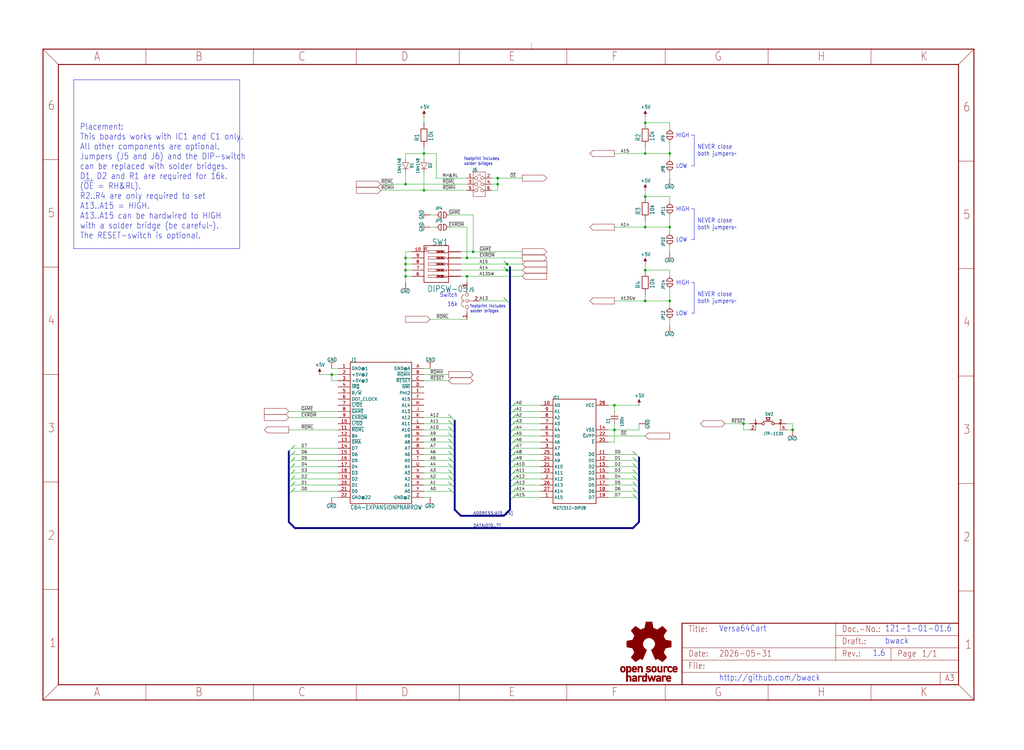
<source format=kicad_sch>
(kicad_sch (version 20230121) (generator eeschema)
  (paper "User" 423.291 310.134)
  (lib_symbols
    (symbol "Versa64Cart_v1_6-eagle-import:+5V" (power)
      (property "Value" "+5V" (at -1.905 0.635 0))
      (symbol "+5V_1_0"
        (pin power_in line (at 0 -2.54 270) (length 0) (name "+5V") (number "1"))
      )
    )
    (symbol "Versa64Cart_v1_6-eagle-import:1N4148"
      (property "Reference" "D" (at -1.2954 1.8796 0))
      (symbol "1N4148_1_0"
        (pin passive line (at -2.54 0 0) (length 0) (name "A") (number "A"))
        (pin passive line (at 2.54 0 180) (length 0) (name "K") (number "K"))
      )
    )
    (symbol "Versa64Cart_v1_6-eagle-import:A3/"
      (symbol "A3/_1_0"
        (text "${#}/${##}" (at 363.22 17.78 0) (effects (font (size 2.54 2.159)) (justify left bottom)))
        (text "${CURRENT_DATE}" (at 279.4 17.78 0) (effects (font (size 2.54 2.159)) (justify left bottom)))
        (text "${PROJECTNAME}" (at 279.4 12.7 0) (effects (font (size 2.54 2.159)) (justify left bottom)))
        (text "1" (at 2.54 21.59 0) (effects (font (size 3.556 3.0226)) (justify left bottom)))
        (text "1" (at 381 20.955 0) (effects (font (size 3.556 3.0226)) (justify left bottom)))
        (text "2" (at 1.905 66.04 0) (effects (font (size 3.556 3.0226)) (justify left bottom)))
        (text "2" (at 380.365 65.405 0) (effects (font (size 3.556 3.0226)) (justify left bottom)))
        (text "3" (at 1.905 110.49 0) (effects (font (size 3.556 3.0226)) (justify left bottom)))
        (text "3" (at 380.365 109.855 0) (effects (font (size 3.556 3.0226)) (justify left bottom)))
        (text "4" (at 1.905 154.94 0) (effects (font (size 3.556 3.0226)) (justify left bottom)))
        (text "4" (at 380.365 154.305 0) (effects (font (size 3.556 3.0226)) (justify left bottom)))
        (text "5" (at 1.905 199.39 0) (effects (font (size 3.556 3.0226)) (justify left bottom)))
        (text "5" (at 380.365 198.755 0) (effects (font (size 3.556 3.0226)) (justify left bottom)))
        (text "6" (at 1.905 243.84 0) (effects (font (size 3.556 3.0226)) (justify left bottom)))
        (text "6" (at 380.365 243.205 0) (effects (font (size 3.556 3.0226)) (justify left bottom)))
        (text "A" (at 20.955 1.27 0) (effects (font (size 3.556 3.0226)) (justify left bottom)))
        (text "A" (at 20.955 264.16 0) (effects (font (size 3.556 3.0226)) (justify left bottom)))
        (text "A3" (at 372.745 7.62 0) (effects (font (size 2.54 2.159)) (justify left bottom)))
        (text "B" (at 62.865 1.27 0) (effects (font (size 3.556 3.0226)) (justify left bottom)))
        (text "B" (at 62.865 264.16 0) (effects (font (size 3.556 3.0226)) (justify left bottom)))
        (text "C" (at 105.41 1.27 0) (effects (font (size 3.556 3.0226)) (justify left bottom)))
        (text "C" (at 105.41 264.16 0) (effects (font (size 3.556 3.0226)) (justify left bottom)))
        (text "D" (at 147.955 1.27 0) (effects (font (size 3.556 3.0226)) (justify left bottom)))
        (text "D" (at 147.955 264.16 0) (effects (font (size 3.556 3.0226)) (justify left bottom)))
        (text "Date:" (at 266.7 17.78 0) (effects (font (size 2.54 2.159)) (justify left bottom)))
        (text "Doc.-No.:" (at 330.2 27.94 0) (effects (font (size 2.54 2.159)) (justify left bottom)))
        (text "Draft.:" (at 330.2 22.86 0) (effects (font (size 2.54 2.159)) (justify left bottom)))
        (text "E" (at 192.405 1.27 0) (effects (font (size 3.556 3.0226)) (justify left bottom)))
        (text "E" (at 192.405 264.16 0) (effects (font (size 3.556 3.0226)) (justify left bottom)))
        (text "F" (at 234.95 1.27 0) (effects (font (size 3.556 3.0226)) (justify left bottom)))
        (text "F" (at 234.95 264.16 0) (effects (font (size 3.556 3.0226)) (justify left bottom)))
        (text "File:" (at 266.7 12.7 0) (effects (font (size 2.54 2.159)) (justify left bottom)))
        (text "G" (at 277.495 1.27 0) (effects (font (size 3.556 3.0226)) (justify left bottom)))
        (text "G" (at 277.495 264.16 0) (effects (font (size 3.556 3.0226)) (justify left bottom)))
        (text "H" (at 320.04 1.27 0) (effects (font (size 3.556 3.0226)) (justify left bottom)))
        (text "H" (at 320.04 264.16 0) (effects (font (size 3.556 3.0226)) (justify left bottom)))
        (text "K" (at 362.585 1.27 0) (effects (font (size 3.556 3.0226)) (justify left bottom)))
        (text "K" (at 362.585 264.16 0) (effects (font (size 3.556 3.0226)) (justify left bottom)))
        (text "Page" (at 353.06 17.78 0) (effects (font (size 2.54 2.159)) (justify left bottom)))
        (text "Rev.:" (at 330.2 17.78 0) (effects (font (size 2.54 2.159)) (justify left bottom)))
        (text "Title:" (at 266.7 27.94 0) (effects (font (size 2.54 2.159)) (justify left bottom)))
      )
    )
    (symbol "Versa64Cart_v1_6-eagle-import:C64-EXPANSIONPNARROW"
      (property "Reference" "J" (at -12.7 27.94 0))
      (symbol "C64-EXPANSIONPNARROW_1_0"
        (pin power_in line (at -17.78 25.4 0) (length 5.08) (name "GND@1") (number "1"))
        (pin output line (at -17.78 2.54 0) (length 5.08) (name "~{I/O2}") (number "10"))
        (pin output line (at -17.78 0 0) (length 5.08) (name "~{ROML}") (number "11"))
        (pin output line (at -17.78 -2.54 0) (length 5.08) (name "BA") (number "12"))
        (pin input line (at -17.78 -5.08 0) (length 5.08) (name "~{DMA}") (number "13"))
        (pin bidirectional line (at -17.78 -7.62 0) (length 5.08) (name "D7") (number "14"))
        (pin bidirectional line (at -17.78 -10.16 0) (length 5.08) (name "D6") (number "15"))
        (pin bidirectional line (at -17.78 -12.7 0) (length 5.08) (name "D5") (number "16"))
        (pin bidirectional line (at -17.78 -15.24 0) (length 5.08) (name "D4") (number "17"))
        (pin bidirectional line (at -17.78 -17.78 0) (length 5.08) (name "D3") (number "18"))
        (pin bidirectional line (at -17.78 -20.32 0) (length 5.08) (name "D2") (number "19"))
        (pin power_in line (at -17.78 22.86 0) (length 5.08) (name "+5V@2") (number "2"))
        (pin bidirectional line (at -17.78 -22.86 0) (length 5.08) (name "D1") (number "20"))
        (pin bidirectional line (at -17.78 -25.4 0) (length 5.08) (name "D0") (number "21"))
        (pin power_in line (at -17.78 -27.94 0) (length 5.08) (name "GND@22") (number "22"))
        (pin power_in line (at -17.78 20.32 0) (length 5.08) (name "+5V@3") (number "3"))
        (pin input line (at -17.78 17.78 0) (length 5.08) (name "~{IRQ}") (number "4"))
        (pin output line (at -17.78 15.24 0) (length 5.08) (name "R/~{W}") (number "5"))
        (pin output line (at -17.78 12.7 0) (length 5.08) (name "DOT_CLOCK") (number "6"))
        (pin output line (at -17.78 10.16 0) (length 5.08) (name "~{I/O1}") (number "7"))
        (pin input line (at -17.78 7.62 0) (length 5.08) (name "~{GAME}") (number "8"))
        (pin input line (at -17.78 5.08 0) (length 5.08) (name "~{EXROM}") (number "9"))
        (pin power_in line (at 17.78 25.4 180) (length 5.08) (name "GND@A") (number "A"))
        (pin output line (at 17.78 22.86 180) (length 5.08) (name "~{ROMH}") (number "B"))
        (pin open_collector line (at 17.78 20.32 180) (length 5.08) (name "~{RESET}") (number "C"))
        (pin input line (at 17.78 17.78 180) (length 5.08) (name "~{NMI}") (number "D"))
        (pin output line (at 17.78 15.24 180) (length 5.08) (name "PHI2") (number "E"))
        (pin bidirectional line (at 17.78 12.7 180) (length 5.08) (name "A15") (number "F"))
        (pin bidirectional line (at 17.78 10.16 180) (length 5.08) (name "A14") (number "H"))
        (pin bidirectional line (at 17.78 7.62 180) (length 5.08) (name "A13") (number "J"))
        (pin bidirectional line (at 17.78 5.08 180) (length 5.08) (name "A12") (number "K"))
        (pin bidirectional line (at 17.78 2.54 180) (length 5.08) (name "A11") (number "L"))
        (pin bidirectional line (at 17.78 0 180) (length 5.08) (name "A10") (number "M"))
        (pin bidirectional line (at 17.78 -2.54 180) (length 5.08) (name "A9") (number "N"))
        (pin bidirectional line (at 17.78 -5.08 180) (length 5.08) (name "A8") (number "P"))
        (pin bidirectional line (at 17.78 -7.62 180) (length 5.08) (name "A7") (number "R"))
        (pin bidirectional line (at 17.78 -10.16 180) (length 5.08) (name "A6") (number "S"))
        (pin bidirectional line (at 17.78 -12.7 180) (length 5.08) (name "A5") (number "T"))
        (pin bidirectional line (at 17.78 -15.24 180) (length 5.08) (name "A4") (number "U"))
        (pin bidirectional line (at 17.78 -17.78 180) (length 5.08) (name "A3") (number "V"))
        (pin bidirectional line (at 17.78 -20.32 180) (length 5.08) (name "A2") (number "W"))
        (pin bidirectional line (at 17.78 -22.86 180) (length 5.08) (name "A1") (number "X"))
        (pin bidirectional line (at 17.78 -25.4 180) (length 5.08) (name "A0") (number "Y"))
        (pin power_in line (at 17.78 -27.94 180) (length 5.08) (name "GND@Z") (number "Z"))
      )
    )
    (symbol "Versa64Cart_v1_6-eagle-import:CAP01"
      (property "Reference" "C" (at -2.54 1.905 0))
      (symbol "CAP01_1_0"
        (pin passive line (at -2.54 0 0) (length 0) (name "1") (number "1"))
        (pin passive line (at 2.54 0 180) (length 0) (name "2") (number "2"))
      )
    )
    (symbol "Versa64Cart_v1_6-eagle-import:COMBI-3P"
      (property "Reference" "JP" (at -3.175 2.54 0))
      (symbol "COMBI-3P_1_0"
        (pin bidirectional line (at -5.08 0 0) (length 2.54) (name "1") (number "1"))
        (pin bidirectional line (at 2.54 -5.08 90) (length 2.54) (name "2") (number "2"))
        (pin bidirectional line (at 10.16 0 180) (length 2.54) (name "3") (number "3"))
      )
    )
    (symbol "Versa64Cart_v1_6-eagle-import:COMBI-3X2P"
      (property "Reference" "JP" (at -3.175 5.08 0))
      (symbol "COMBI-3X2P_1_0"
        (pin bidirectional line (at -5.08 2.54 0) (length 2.54) (name "1") (number "1"))
        (pin bidirectional line (at 5.08 2.54 180) (length 2.54) (name "2") (number "2"))
        (pin bidirectional line (at -5.08 0 0) (length 2.54) (name "3") (number "3"))
        (pin bidirectional line (at 5.08 0 180) (length 2.54) (name "4") (number "4"))
        (pin bidirectional line (at -5.08 -2.54 0) (length 2.54) (name "5") (number "5"))
        (pin bidirectional line (at 5.08 -2.54 180) (length 2.54) (name "6") (number "6"))
      )
    )
    (symbol "Versa64Cart_v1_6-eagle-import:DIPSW-05"
      (property "Reference" "SW" (at -5.08 8.89 0))
      (symbol "DIPSW-05_1_0"
        (text "1" (at 4.826 -5.334 900) (effects (font (size 1.27 1.0795)) (justify left bottom)))
        (text "2" (at 4.826 -3.048 900) (effects (font (size 1.27 1.0795)) (justify left bottom)))
        (text "3" (at 4.826 -0.508 900) (effects (font (size 1.27 1.0795)) (justify left bottom)))
        (text "4" (at 4.826 2.032 900) (effects (font (size 1.27 1.0795)) (justify left bottom)))
        (text "5" (at 4.826 4.699 900) (effects (font (size 1.27 1.0795)) (justify left bottom)))
        (text "ON" (at -3.556 -7.239 900) (effects (font (size 1.27 1.0795)) (justify left bottom)))
        (pin passive line (at 10.16 -5.08 180) (length 5.08) (name "1") (number "1"))
        (pin passive line (at -10.16 -5.08 0) (length 5.08) (name "10") (number "10"))
        (pin passive line (at 10.16 -5.08 180) (length 5.08) (name "1") (number "1J"))
        (pin passive line (at 10.16 -2.54 180) (length 5.08) (name "2") (number "2"))
        (pin passive line (at 10.16 -2.54 180) (length 5.08) (name "2") (number "2J"))
        (pin passive line (at 10.16 0 180) (length 5.08) (name "3") (number "3"))
        (pin passive line (at 10.16 0 180) (length 5.08) (name "3") (number "3J"))
        (pin passive line (at 10.16 2.54 180) (length 5.08) (name "4") (number "4"))
        (pin passive line (at 10.16 2.54 180) (length 5.08) (name "4") (number "4J"))
        (pin passive line (at 10.16 5.08 180) (length 5.08) (name "5") (number "5"))
        (pin passive line (at 10.16 5.08 180) (length 5.08) (name "5") (number "5J"))
        (pin passive line (at -10.16 5.08 0) (length 5.08) (name "6") (number "6"))
        (pin passive line (at -10.16 2.54 0) (length 5.08) (name "7") (number "7"))
        (pin passive line (at -10.16 0 0) (length 5.08) (name "8") (number "8"))
        (pin passive line (at -10.16 -2.54 0) (length 5.08) (name "9") (number "9"))
      )
    )
    (symbol "Versa64Cart_v1_6-eagle-import:GND" (power)
      (property "Value" "GND" (at -2.2225 -1.905 0))
      (symbol "GND_1_0"
        (pin power_in line (at 0 2.54 270) (length 2.54) (name "GND") (number "1"))
      )
    )
    (symbol "Versa64Cart_v1_6-eagle-import:IN")
    (symbol "Versa64Cart_v1_6-eagle-import:IO")
    (symbol "Versa64Cart_v1_6-eagle-import:JTP-1130"
      (property "Reference" "SW" (at -1.27 3.302 0))
      (symbol "JTP-1130_1_0"
        (pin passive line (at -7.62 0 0) (length 5.08) (name "1") (number "1"))
        (pin passive line (at -7.62 -2.54 0) (length 2.54) (name "2") (number "2"))
        (pin passive line (at 7.62 0 180) (length 5.08) (name "3") (number "3"))
        (pin passive line (at 7.62 -2.54 180) (length 2.54) (name "4") (number "4"))
      )
    )
    (symbol "Versa64Cart_v1_6-eagle-import:M27C512-DIP28"
      (property "Reference" "IC" (at -10.16 22.86 0))
      (symbol "M27C512-DIP28_1_0"
        (pin input line (at -15.24 -17.78 0) (length 5.08) (name "A15") (number "1"))
        (pin input line (at -15.24 20.32 0) (length 5.08) (name "A0") (number "10"))
        (pin bidirectional line (at 12.7 0 180) (length 5.08) (name "D0") (number "11"))
        (pin bidirectional line (at 12.7 -2.54 180) (length 5.08) (name "D1") (number "12"))
        (pin bidirectional line (at 12.7 -5.08 180) (length 5.08) (name "D2") (number "13"))
        (pin power_in line (at 12.7 10.16 180) (length 5.08) (name "VSS") (number "14"))
        (pin bidirectional line (at 12.7 -7.62 180) (length 5.08) (name "D3") (number "15"))
        (pin bidirectional line (at 12.7 -10.16 180) (length 5.08) (name "D4") (number "16"))
        (pin bidirectional line (at 12.7 -12.7 180) (length 5.08) (name "D5") (number "17"))
        (pin bidirectional line (at 12.7 -15.24 180) (length 5.08) (name "D6") (number "18"))
        (pin bidirectional line (at 12.7 -17.78 180) (length 5.08) (name "D7") (number "19"))
        (pin input line (at -15.24 -10.16 0) (length 5.08) (name "A12") (number "2"))
        (pin input line (at 12.7 5.08 180) (length 5.08) (name "~{E}") (number "20"))
        (pin input line (at -15.24 -5.08 0) (length 5.08) (name "A10") (number "21"))
        (pin input line (at 12.7 7.62 180) (length 5.08) (name "~{G}VPP") (number "22"))
        (pin input line (at -15.24 -7.62 0) (length 5.08) (name "A11") (number "23"))
        (pin input line (at -15.24 -2.54 0) (length 5.08) (name "A9") (number "24"))
        (pin input line (at -15.24 0 0) (length 5.08) (name "A8") (number "25"))
        (pin input line (at -15.24 -12.7 0) (length 5.08) (name "A13") (number "26"))
        (pin input line (at -15.24 -15.24 0) (length 5.08) (name "A14") (number "27"))
        (pin power_in line (at 12.7 20.32 180) (length 5.08) (name "VCC") (number "28"))
        (pin input line (at -15.24 2.54 0) (length 5.08) (name "A7") (number "3"))
        (pin input line (at -15.24 5.08 0) (length 5.08) (name "A6") (number "4"))
        (pin input line (at -15.24 7.62 0) (length 5.08) (name "A5") (number "5"))
        (pin input line (at -15.24 10.16 0) (length 5.08) (name "A4") (number "6"))
        (pin input line (at -15.24 12.7 0) (length 5.08) (name "A3") (number "7"))
        (pin input line (at -15.24 15.24 0) (length 5.08) (name "A2") (number "8"))
        (pin input line (at -15.24 17.78 0) (length 5.08) (name "A1") (number "9"))
      )
    )
    (symbol "Versa64Cart_v1_6-eagle-import:OPEN"
      (property "Reference" "CP" (at -3.048 2.032 0))
      (symbol "OPEN_1_0"
        (pin passive line (at -2.54 0 0) (length 0) (name "1") (number "1"))
        (pin passive line (at 2.54 0 180) (length 0) (name "2") (number "2"))
      )
    )
    (symbol "Versa64Cart_v1_6-eagle-import:OPEN_SOURCE_HW")
    (symbol "Versa64Cart_v1_6-eagle-import:OUT")
    (symbol "Versa64Cart_v1_6-eagle-import:RES04"
      (property "Reference" "R" (at -2.54 1.905 0))
      (symbol "RES04_1_0"
        (pin passive line (at -5.08 0 0) (length 2.54) (name "1") (number "1"))
        (pin passive line (at 5.08 0 180) (length 2.54) (name "2") (number "2"))
      )
    )
  )
  (junction (at 266.7 93.98))
  (junction (at 167.64 106.68))
  (junction (at 175.26 63.5))
  (junction (at 276.86 93.98))
  (junction (at 254 167.64))
  (junction (at 307.34 175.26))
  (junction (at 266.7 63.5))
  (junction (at 205.74 73.66))
  (junction (at 137.16 154.94))
  (junction (at 193.04 106.68))
  (junction (at 167.64 114.3))
  (junction (at 266.7 124.46))
  (junction (at 175.26 78.74))
  (junction (at 266.7 81.28))
  (junction (at 167.64 76.2))
  (junction (at 205.74 76.2))
  (junction (at 193.04 114.3))
  (junction (at 209.55 111.76))
  (junction (at 327.66 177.8))
  (junction (at 266.7 50.8))
  (junction (at 276.86 124.46))
  (junction (at 167.64 109.22))
  (junction (at 195.58 104.14))
  (junction (at 276.86 63.5))
  (junction (at 167.64 111.76))
  (junction (at 254 177.8))
  (junction (at 266.7 111.76))
  (junction (at 209.55 109.22))
  (bus_entry (at 261.62 196.85) (size 2.54 2.54))
  (bus_entry (at 213.36 194.31) (size -2.54 2.54))
  (bus_entry (at 185.42 186.69) (size 2.54 2.54))
  (bus_entry (at 185.42 201.93) (size 2.54 2.54))
  (bus_entry (at 213.36 199.39) (size -2.54 2.54))
  (bus_entry (at 185.42 191.77) (size 2.54 2.54))
  (bus_entry (at 261.62 204.47) (size 2.54 2.54))
  (bus_entry (at 261.62 191.77) (size 2.54 2.54))
  (bus_entry (at 261.62 194.31) (size 2.54 2.54))
  (bus_entry (at 185.42 181.61) (size 2.54 2.54))
  (bus_entry (at 213.36 186.69) (size -2.54 2.54))
  (bus_entry (at 185.42 184.15) (size 2.54 2.54))
  (bus_entry (at 185.42 199.39) (size 2.54 2.54))
  (bus_entry (at 185.42 196.85) (size 2.54 2.54))
  (bus_entry (at 185.42 171.45) (size 2.54 2.54))
  (bus_entry (at 213.36 189.23) (size -2.54 2.54))
  (bus_entry (at 121.92 191.77) (size -2.54 2.54))
  (bus_entry (at 185.42 176.53) (size 2.54 2.54))
  (bus_entry (at 185.42 173.99) (size 2.54 2.54))
  (bus_entry (at 121.92 201.93) (size -2.54 2.54))
  (bus_entry (at 213.36 184.15) (size -2.54 2.54))
  (bus_entry (at 208.28 107.95) (size 2.54 2.54))
  (bus_entry (at 121.92 199.39) (size -2.54 2.54))
  (bus_entry (at 213.36 179.07) (size -2.54 2.54))
  (bus_entry (at 208.28 123.19) (size 2.54 2.54))
  (bus_entry (at 213.36 204.47) (size -2.54 2.54))
  (bus_entry (at 261.62 189.23) (size 2.54 2.54))
  (bus_entry (at 213.36 173.99) (size -2.54 2.54))
  (bus_entry (at 213.36 176.53) (size -2.54 2.54))
  (bus_entry (at 261.62 201.93) (size 2.54 2.54))
  (bus_entry (at 208.28 110.49) (size 2.54 2.54))
  (bus_entry (at 121.92 189.23) (size -2.54 2.54))
  (bus_entry (at 213.36 196.85) (size -2.54 2.54))
  (bus_entry (at 185.42 189.23) (size 2.54 2.54))
  (bus_entry (at 213.36 168.91) (size -2.54 2.54))
  (bus_entry (at 213.36 171.45) (size -2.54 2.54))
  (bus_entry (at 121.92 184.15) (size -2.54 2.54))
  (bus_entry (at 121.92 186.69) (size -2.54 2.54))
  (bus_entry (at 213.36 191.77) (size -2.54 2.54))
  (bus_entry (at 261.62 199.39) (size 2.54 2.54))
  (bus_entry (at 185.42 194.31) (size 2.54 2.54))
  (bus_entry (at 185.42 179.07) (size 2.54 2.54))
  (bus_entry (at 261.62 186.69) (size 2.54 2.54))
  (bus_entry (at 213.36 201.93) (size -2.54 2.54))
  (bus_entry (at 213.36 181.61) (size -2.54 2.54))
  (bus_entry (at 121.92 194.31) (size -2.54 2.54))
  (bus_entry (at 213.36 166.37) (size -2.54 2.54))
  (bus_entry (at 121.92 196.85) (size -2.54 2.54))
  (bus (pts (xy 210.82 181.61) (xy 210.82 179.07)) (stroke (width 0.762)))
  (bus (pts (xy 187.96 186.69) (xy 187.96 189.23)) (stroke (width 0.762)))
  (wire (pts (xy 170.18 104.14) (xy 167.64 104.14)) (stroke (width 0.1524)))
  (wire (pts (xy 175.26 60.96) (xy 175.26 63.5)) (stroke (width 0.1524)))
  (wire (pts (xy 266.7 93.98) (xy 276.86 93.98)) (stroke (width 0.1524)))
  (wire (pts (xy 170.18 109.22) (xy 167.64 109.22)) (stroke (width 0.1524)))
  (wire (pts (xy 262.89 187.96) (xy 251.46 187.96)) (stroke (width 0.1524)))
  (wire (pts (xy 213.36 184.15) (xy 212.09 185.42)) (stroke (width 0.1524)))
  (bus (pts (xy 210.82 168.91) (xy 210.82 125.73)) (stroke (width 0.762)))
  (bus (pts (xy 210.82 186.69) (xy 210.82 184.15)) (stroke (width 0.762)))
  (wire (pts (xy 261.62 194.31) (xy 262.89 195.58)) (stroke (width 0.1524)))
  (wire (pts (xy 139.7 205.74) (xy 137.16 205.74)) (stroke (width 0.1524)))
  (wire (pts (xy 186.69 198.12) (xy 175.26 198.12)) (stroke (width 0.1524)))
  (polyline (pts (xy 99.06 33.02) (xy 99.06 102.87)) (stroke (width 0.1524) (type solid)))
  (bus (pts (xy 210.82 196.85) (xy 210.82 194.31)) (stroke (width 0.762)))
  (bus (pts (xy 119.38 201.93) (xy 119.38 204.47)) (stroke (width 0.762)))
  (wire (pts (xy 299.72 175.26) (xy 307.34 175.26)) (stroke (width 0.1524)))
  (bus (pts (xy 187.96 184.15) (xy 187.96 186.69)) (stroke (width 0.762)))
  (wire (pts (xy 137.16 154.94) (xy 132.08 154.94)) (stroke (width 0.1524)))
  (wire (pts (xy 167.64 111.76) (xy 167.64 114.3)) (stroke (width 0.1524)))
  (wire (pts (xy 276.86 104.14) (xy 276.86 101.6)) (stroke (width 0.1524)))
  (wire (pts (xy 121.92 199.39) (xy 120.65 200.66)) (stroke (width 0.1524)))
  (wire (pts (xy 254 182.88) (xy 254 177.8)) (stroke (width 0.1524)))
  (wire (pts (xy 309.88 177.8) (xy 307.34 177.8)) (stroke (width 0.1524)))
  (bus (pts (xy 119.38 191.77) (xy 119.38 194.31)) (stroke (width 0.762)))
  (bus (pts (xy 264.16 204.47) (xy 264.16 201.93)) (stroke (width 0.762)))
  (wire (pts (xy 185.42 88.9) (xy 195.58 88.9)) (stroke (width 0.1524)))
  (wire (pts (xy 254 124.46) (xy 266.7 124.46)) (stroke (width 0.1524)))
  (bus (pts (xy 264.16 201.93) (xy 264.16 199.39)) (stroke (width 0.762)))
  (wire (pts (xy 266.7 121.92) (xy 266.7 124.46)) (stroke (width 0.1524)))
  (wire (pts (xy 266.7 60.96) (xy 266.7 63.5)) (stroke (width 0.1524)))
  (bus (pts (xy 210.82 113.03) (xy 210.82 110.49)) (stroke (width 0.762)))
  (wire (pts (xy 261.62 189.23) (xy 262.89 190.5)) (stroke (width 0.1524)))
  (wire (pts (xy 262.89 203.2) (xy 251.46 203.2)) (stroke (width 0.1524)))
  (wire (pts (xy 212.09 203.2) (xy 223.52 203.2)) (stroke (width 0.1524)))
  (bus (pts (xy 210.82 207.01) (xy 210.82 204.47)) (stroke (width 0.762)))
  (wire (pts (xy 167.64 76.2) (xy 157.48 76.2)) (stroke (width 0.1524)))
  (wire (pts (xy 212.09 198.12) (xy 223.52 198.12)) (stroke (width 0.1524)))
  (wire (pts (xy 212.09 170.18) (xy 223.52 170.18)) (stroke (width 0.1524)))
  (wire (pts (xy 212.09 187.96) (xy 223.52 187.96)) (stroke (width 0.1524)))
  (wire (pts (xy 254 93.98) (xy 266.7 93.98)) (stroke (width 0.1524)))
  (wire (pts (xy 209.55 124.46) (xy 198.12 124.46)) (stroke (width 0.1524)))
  (wire (pts (xy 212.09 182.88) (xy 223.52 182.88)) (stroke (width 0.1524)))
  (wire (pts (xy 327.66 175.26) (xy 327.66 177.8)) (stroke (width 0.1524)))
  (wire (pts (xy 276.86 63.5) (xy 276.86 58.42)) (stroke (width 0.1524)))
  (wire (pts (xy 121.92 189.23) (xy 120.65 190.5)) (stroke (width 0.1524)))
  (wire (pts (xy 167.64 106.68) (xy 167.64 109.22)) (stroke (width 0.1524)))
  (wire (pts (xy 185.42 179.07) (xy 186.69 180.34)) (stroke (width 0.1524)))
  (bus (pts (xy 264.16 199.39) (xy 264.16 196.85)) (stroke (width 0.762)))
  (wire (pts (xy 186.69 187.96) (xy 175.26 187.96)) (stroke (width 0.1524)))
  (wire (pts (xy 120.65 190.5) (xy 139.7 190.5)) (stroke (width 0.1524)))
  (wire (pts (xy 213.36 176.53) (xy 212.09 177.8)) (stroke (width 0.1524)))
  (wire (pts (xy 213.36 204.47) (xy 212.09 205.74)) (stroke (width 0.1524)))
  (bus (pts (xy 119.38 186.69) (xy 119.38 189.23)) (stroke (width 0.762)))
  (wire (pts (xy 185.42 201.93) (xy 186.69 203.2)) (stroke (width 0.1524)))
  (bus (pts (xy 187.96 210.82) (xy 190.5 213.36)) (stroke (width 0.762)))
  (wire (pts (xy 251.46 177.8) (xy 254 177.8)) (stroke (width 0.1524)))
  (bus (pts (xy 264.16 207.01) (xy 264.16 204.47)) (stroke (width 0.762)))
  (wire (pts (xy 186.69 180.34) (xy 175.26 180.34)) (stroke (width 0.1524)))
  (wire (pts (xy 262.89 193.04) (xy 251.46 193.04)) (stroke (width 0.1524)))
  (wire (pts (xy 175.26 63.5) (xy 180.34 63.5)) (stroke (width 0.1524)))
  (wire (pts (xy 213.36 173.99) (xy 212.09 175.26)) (stroke (width 0.1524)))
  (polyline (pts (xy 287.02 86.36) (xy 287.02 99.06)) (stroke (width 0.1524) (type solid)))
  (bus (pts (xy 187.96 204.47) (xy 187.96 210.82)) (stroke (width 0.762)))
  (wire (pts (xy 213.36 201.93) (xy 212.09 203.2)) (stroke (width 0.1524)))
  (wire (pts (xy 213.36 189.23) (xy 212.09 190.5)) (stroke (width 0.1524)))
  (wire (pts (xy 139.7 154.94) (xy 137.16 154.94)) (stroke (width 0.1524)))
  (wire (pts (xy 262.89 198.12) (xy 251.46 198.12)) (stroke (width 0.1524)))
  (wire (pts (xy 264.16 177.8) (xy 264.16 175.26)) (stroke (width 0.1524)))
  (wire (pts (xy 212.09 190.5) (xy 223.52 190.5)) (stroke (width 0.1524)))
  (wire (pts (xy 185.42 173.99) (xy 186.69 175.26)) (stroke (width 0.1524)))
  (bus (pts (xy 119.38 196.85) (xy 119.38 199.39)) (stroke (width 0.762)))
  (wire (pts (xy 213.36 179.07) (xy 212.09 180.34)) (stroke (width 0.1524)))
  (wire (pts (xy 212.09 205.74) (xy 223.52 205.74)) (stroke (width 0.1524)))
  (wire (pts (xy 167.64 71.12) (xy 167.64 76.2)) (stroke (width 0.1524)))
  (wire (pts (xy 193.04 132.08) (xy 177.8 132.08)) (stroke (width 0.1524)))
  (wire (pts (xy 121.92 196.85) (xy 120.65 198.12)) (stroke (width 0.1524)))
  (bus (pts (xy 210.82 173.99) (xy 210.82 171.45)) (stroke (width 0.762)))
  (bus (pts (xy 187.96 191.77) (xy 187.96 194.31)) (stroke (width 0.762)))
  (wire (pts (xy 251.46 167.64) (xy 254 167.64)) (stroke (width 0.1524)))
  (wire (pts (xy 186.69 195.58) (xy 175.26 195.58)) (stroke (width 0.1524)))
  (bus (pts (xy 210.82 201.93) (xy 210.82 199.39)) (stroke (width 0.762)))
  (wire (pts (xy 180.34 63.5) (xy 180.34 73.66)) (stroke (width 0.1524)))
  (bus (pts (xy 264.16 194.31) (xy 264.16 191.77)) (stroke (width 0.762)))
  (polyline (pts (xy 285.75 116.84) (xy 287.02 116.84)) (stroke (width 0.1524) (type solid)))
  (wire (pts (xy 120.65 203.2) (xy 139.7 203.2)) (stroke (width 0.1524)))
  (wire (pts (xy 185.42 184.15) (xy 186.69 185.42)) (stroke (width 0.1524)))
  (polyline (pts (xy 30.48 33.02) (xy 99.06 33.02)) (stroke (width 0.1524) (type solid)))
  (wire (pts (xy 261.62 186.69) (xy 262.89 187.96)) (stroke (width 0.1524)))
  (polyline (pts (xy 287.02 55.88) (xy 287.02 68.58)) (stroke (width 0.1524) (type solid)))
  (bus (pts (xy 210.82 199.39) (xy 210.82 196.85)) (stroke (width 0.762)))
  (wire (pts (xy 167.64 66.04) (xy 167.64 63.5)) (stroke (width 0.1524)))
  (bus (pts (xy 187.96 189.23) (xy 187.96 191.77)) (stroke (width 0.762)))
  (wire (pts (xy 266.7 91.44) (xy 266.7 93.98)) (stroke (width 0.1524)))
  (bus (pts (xy 208.28 213.36) (xy 210.82 210.82)) (stroke (width 0.762)))
  (wire (pts (xy 212.09 185.42) (xy 223.52 185.42)) (stroke (width 0.1524)))
  (wire (pts (xy 205.74 78.74) (xy 205.74 76.2)) (stroke (width 0.1524)))
  (wire (pts (xy 195.58 88.9) (xy 195.58 104.14)) (stroke (width 0.1524)))
  (wire (pts (xy 325.12 175.26) (xy 327.66 175.26)) (stroke (width 0.1524)))
  (wire (pts (xy 208.28 123.19) (xy 209.55 124.46)) (stroke (width 0.1524)))
  (wire (pts (xy 193.04 78.74) (xy 175.26 78.74)) (stroke (width 0.1524)))
  (wire (pts (xy 190.5 114.3) (xy 193.04 114.3)) (stroke (width 0.1524)))
  (wire (pts (xy 254 63.5) (xy 266.7 63.5)) (stroke (width 0.1524)))
  (wire (pts (xy 185.42 181.61) (xy 186.69 182.88)) (stroke (width 0.1524)))
  (polyline (pts (xy 99.06 102.87) (xy 30.48 102.87)) (stroke (width 0.1524) (type solid)))
  (wire (pts (xy 212.09 180.34) (xy 223.52 180.34)) (stroke (width 0.1524)))
  (wire (pts (xy 121.92 191.77) (xy 120.65 193.04)) (stroke (width 0.1524)))
  (wire (pts (xy 186.69 177.8) (xy 175.26 177.8)) (stroke (width 0.1524)))
  (bus (pts (xy 264.16 191.77) (xy 264.16 189.23)) (stroke (width 0.762)))
  (wire (pts (xy 139.7 170.18) (xy 119.38 170.18)) (stroke (width 0.1524)))
  (polyline (pts (xy 285.75 55.88) (xy 287.02 55.88)) (stroke (width 0.1524) (type solid)))
  (wire (pts (xy 266.7 50.8) (xy 266.7 48.26)) (stroke (width 0.1524)))
  (wire (pts (xy 212.09 200.66) (xy 223.52 200.66)) (stroke (width 0.1524)))
  (wire (pts (xy 167.64 104.14) (xy 167.64 106.68)) (stroke (width 0.1524)))
  (bus (pts (xy 264.16 215.9) (xy 264.16 207.01)) (stroke (width 0.762)))
  (polyline (pts (xy 287.02 116.84) (xy 287.02 129.54)) (stroke (width 0.1524) (type solid)))
  (wire (pts (xy 175.26 154.94) (xy 185.42 154.94)) (stroke (width 0.1524)))
  (wire (pts (xy 276.86 111.76) (xy 276.86 114.3)) (stroke (width 0.1524)))
  (wire (pts (xy 213.36 194.31) (xy 212.09 195.58)) (stroke (width 0.1524)))
  (wire (pts (xy 254 167.64) (xy 264.16 167.64)) (stroke (width 0.1524)))
  (wire (pts (xy 213.36 166.37) (xy 212.09 167.64)) (stroke (width 0.1524)))
  (wire (pts (xy 170.18 114.3) (xy 167.64 114.3)) (stroke (width 0.1524)))
  (polyline (pts (xy 285.75 86.36) (xy 287.02 86.36)) (stroke (width 0.1524) (type solid)))
  (wire (pts (xy 186.69 182.88) (xy 175.26 182.88)) (stroke (width 0.1524)))
  (wire (pts (xy 120.65 193.04) (xy 139.7 193.04)) (stroke (width 0.1524)))
  (bus (pts (xy 119.38 199.39) (xy 119.38 201.93)) (stroke (width 0.762)))
  (wire (pts (xy 167.64 63.5) (xy 175.26 63.5)) (stroke (width 0.1524)))
  (wire (pts (xy 121.92 186.69) (xy 120.65 187.96)) (stroke (width 0.1524)))
  (wire (pts (xy 203.2 76.2) (xy 205.74 76.2)) (stroke (width 0.1524)))
  (bus (pts (xy 119.38 189.23) (xy 119.38 191.77)) (stroke (width 0.762)))
  (wire (pts (xy 186.69 190.5) (xy 175.26 190.5)) (stroke (width 0.1524)))
  (wire (pts (xy 185.42 191.77) (xy 186.69 193.04)) (stroke (width 0.1524)))
  (wire (pts (xy 266.7 111.76) (xy 266.7 109.22)) (stroke (width 0.1524)))
  (wire (pts (xy 307.34 175.26) (xy 309.88 175.26)) (stroke (width 0.1524)))
  (polyline (pts (xy 287.02 68.58) (xy 285.75 68.58)) (stroke (width 0.1524) (type solid)))
  (wire (pts (xy 213.36 186.69) (xy 212.09 187.96)) (stroke (width 0.1524)))
  (wire (pts (xy 276.86 50.8) (xy 276.86 53.34)) (stroke (width 0.1524)))
  (wire (pts (xy 325.12 177.8) (xy 327.66 177.8)) (stroke (width 0.1524)))
  (bus (pts (xy 210.82 125.73) (xy 210.82 113.03)) (stroke (width 0.762)))
  (wire (pts (xy 205.74 76.2) (xy 205.74 73.66)) (stroke (width 0.1524)))
  (bus (pts (xy 261.62 218.44) (xy 264.16 215.9)) (stroke (width 0.762)))
  (wire (pts (xy 262.89 205.74) (xy 251.46 205.74)) (stroke (width 0.1524)))
  (wire (pts (xy 213.36 199.39) (xy 212.09 200.66)) (stroke (width 0.1524)))
  (wire (pts (xy 185.42 196.85) (xy 186.69 198.12)) (stroke (width 0.1524)))
  (wire (pts (xy 175.26 157.48) (xy 185.42 157.48)) (stroke (width 0.1524)))
  (bus (pts (xy 190.5 213.36) (xy 208.28 213.36)) (stroke (width 0.762)))
  (wire (pts (xy 120.65 185.42) (xy 139.7 185.42)) (stroke (width 0.1524)))
  (bus (pts (xy 210.82 210.82) (xy 210.82 207.01)) (stroke (width 0.762)))
  (wire (pts (xy 276.86 73.66) (xy 276.86 71.12)) (stroke (width 0.1524)))
  (wire (pts (xy 266.7 111.76) (xy 276.86 111.76)) (stroke (width 0.1524)))
  (wire (pts (xy 120.65 198.12) (xy 139.7 198.12)) (stroke (width 0.1524)))
  (wire (pts (xy 186.69 172.72) (xy 175.26 172.72)) (stroke (width 0.1524)))
  (bus (pts (xy 210.82 204.47) (xy 210.82 201.93)) (stroke (width 0.762)))
  (wire (pts (xy 261.62 199.39) (xy 262.89 200.66)) (stroke (width 0.1524)))
  (wire (pts (xy 208.28 107.95) (xy 209.55 109.22)) (stroke (width 0.1524)))
  (wire (pts (xy 186.69 203.2) (xy 175.26 203.2)) (stroke (width 0.1524)))
  (wire (pts (xy 209.55 111.76) (xy 215.9 111.76)) (stroke (width 0.1524)))
  (wire (pts (xy 213.36 171.45) (xy 212.09 172.72)) (stroke (width 0.1524)))
  (wire (pts (xy 212.09 175.26) (xy 223.52 175.26)) (stroke (width 0.1524)))
  (wire (pts (xy 175.26 78.74) (xy 157.48 78.74)) (stroke (width 0.1524)))
  (bus (pts (xy 187.96 196.85) (xy 187.96 199.39)) (stroke (width 0.762)))
  (bus (pts (xy 210.82 189.23) (xy 210.82 186.69)) (stroke (width 0.762)))
  (wire (pts (xy 276.86 134.62) (xy 276.86 132.08)) (stroke (width 0.1524)))
  (wire (pts (xy 121.92 194.31) (xy 120.65 195.58)) (stroke (width 0.1524)))
  (bus (pts (xy 119.38 204.47) (xy 119.38 215.9)) (stroke (width 0.762)))
  (wire (pts (xy 185.42 171.45) (xy 186.69 172.72)) (stroke (width 0.1524)))
  (wire (pts (xy 190.5 111.76) (xy 209.55 111.76)) (stroke (width 0.1524)))
  (wire (pts (xy 266.7 81.28) (xy 266.7 78.74)) (stroke (width 0.1524)))
  (wire (pts (xy 213.36 191.77) (xy 212.09 193.04)) (stroke (width 0.1524)))
  (wire (pts (xy 254 170.18) (xy 254 167.64)) (stroke (width 0.1524)))
  (wire (pts (xy 266.7 50.8) (xy 276.86 50.8)) (stroke (width 0.1524)))
  (wire (pts (xy 193.04 93.98) (xy 193.04 106.68)) (stroke (width 0.1524)))
  (bus (pts (xy 187.96 199.39) (xy 187.96 201.93)) (stroke (width 0.762)))
  (wire (pts (xy 251.46 180.34) (xy 266.7 180.34)) (stroke (width 0.1524)))
  (polyline (pts (xy 30.48 102.87) (xy 30.48 33.02)) (stroke (width 0.1524) (type solid)))
  (wire (pts (xy 276.86 81.28) (xy 276.86 83.82)) (stroke (width 0.1524)))
  (wire (pts (xy 276.86 124.46) (xy 276.86 127)) (stroke (width 0.1524)))
  (wire (pts (xy 186.69 193.04) (xy 175.26 193.04)) (stroke (width 0.1524)))
  (wire (pts (xy 266.7 63.5) (xy 276.86 63.5)) (stroke (width 0.1524)))
  (wire (pts (xy 193.04 114.3) (xy 215.9 114.3)) (stroke (width 0.1524)))
  (wire (pts (xy 262.89 200.66) (xy 251.46 200.66)) (stroke (width 0.1524)))
  (wire (pts (xy 139.7 172.72) (xy 119.38 172.72)) (stroke (width 0.1524)))
  (wire (pts (xy 212.09 177.8) (xy 223.52 177.8)) (stroke (width 0.1524)))
  (wire (pts (xy 276.86 93.98) (xy 276.86 96.52)) (stroke (width 0.1524)))
  (wire (pts (xy 185.42 176.53) (xy 186.69 177.8)) (stroke (width 0.1524)))
  (wire (pts (xy 212.09 172.72) (xy 223.52 172.72)) (stroke (width 0.1524)))
  (wire (pts (xy 261.62 204.47) (xy 262.89 205.74)) (stroke (width 0.1524)))
  (wire (pts (xy 203.2 78.74) (xy 205.74 78.74)) (stroke (width 0.1524)))
  (bus (pts (xy 210.82 176.53) (xy 210.82 173.99)) (stroke (width 0.762)))
  (wire (pts (xy 120.65 187.96) (xy 139.7 187.96)) (stroke (width 0.1524)))
  (wire (pts (xy 120.65 195.58) (xy 139.7 195.58)) (stroke (width 0.1524)))
  (wire (pts (xy 139.7 177.8) (xy 119.38 177.8)) (stroke (width 0.1524)))
  (wire (pts (xy 251.46 182.88) (xy 254 182.88)) (stroke (width 0.1524)))
  (bus (pts (xy 210.82 179.07) (xy 210.82 176.53)) (stroke (width 0.762)))
  (wire (pts (xy 185.42 186.69) (xy 186.69 187.96)) (stroke (width 0.1524)))
  (wire (pts (xy 213.36 168.91) (xy 212.09 170.18)) (stroke (width 0.1524)))
  (bus (pts (xy 121.92 218.44) (xy 261.62 218.44)) (stroke (width 0.762)))
  (wire (pts (xy 175.26 71.12) (xy 175.26 78.74)) (stroke (width 0.1524)))
  (wire (pts (xy 276.86 124.46) (xy 276.86 119.38)) (stroke (width 0.1524)))
  (bus (pts (xy 210.82 194.31) (xy 210.82 191.77)) (stroke (width 0.762)))
  (wire (pts (xy 137.16 157.48) (xy 137.16 154.94)) (stroke (width 0.1524)))
  (bus (pts (xy 119.38 194.31) (xy 119.38 196.85)) (stroke (width 0.762)))
  (wire (pts (xy 193.04 76.2) (xy 167.64 76.2)) (stroke (width 0.1524)))
  (wire (pts (xy 185.42 194.31) (xy 186.69 195.58)) (stroke (width 0.1524)))
  (wire (pts (xy 167.64 109.22) (xy 167.64 111.76)) (stroke (width 0.1524)))
  (wire (pts (xy 266.7 81.28) (xy 276.86 81.28)) (stroke (width 0.1524)))
  (wire (pts (xy 170.18 106.68) (xy 167.64 106.68)) (stroke (width 0.1524)))
  (wire (pts (xy 170.18 111.76) (xy 167.64 111.76)) (stroke (width 0.1524)))
  (wire (pts (xy 212.09 167.64) (xy 223.52 167.64)) (stroke (width 0.1524)))
  (wire (pts (xy 261.62 201.93) (xy 262.89 203.2)) (stroke (width 0.1524)))
  (wire (pts (xy 175.26 205.74) (xy 177.8 205.74)) (stroke (width 0.1524)))
  (wire (pts (xy 175.26 66.04) (xy 175.26 63.5)) (stroke (width 0.1524)))
  (wire (pts (xy 213.36 181.61) (xy 212.09 182.88)) (stroke (width 0.1524)))
  (wire (pts (xy 190.5 106.68) (xy 193.04 106.68)) (stroke (width 0.1524)))
  (wire (pts (xy 254 177.8) (xy 254 175.26)) (stroke (width 0.1524)))
  (wire (pts (xy 261.62 196.85) (xy 262.89 198.12)) (stroke (width 0.1524)))
  (wire (pts (xy 139.7 157.48) (xy 137.16 157.48)) (stroke (width 0.1524)))
  (wire (pts (xy 208.28 110.49) (xy 209.55 111.76)) (stroke (width 0.1524)))
  (wire (pts (xy 212.09 193.04) (xy 223.52 193.04)) (stroke (width 0.1524)))
  (wire (pts (xy 261.62 191.77) (xy 262.89 193.04)) (stroke (width 0.1524)))
  (wire (pts (xy 190.5 109.22) (xy 209.55 109.22)) (stroke (width 0.1524)))
  (wire (pts (xy 195.58 104.14) (xy 215.9 104.14)) (stroke (width 0.1524)))
  (wire (pts (xy 177.8 88.9) (xy 180.34 88.9)) (stroke (width 0.1524)))
  (wire (pts (xy 186.69 175.26) (xy 175.26 175.26)) (stroke (width 0.1524)))
  (bus (pts (xy 187.96 201.93) (xy 187.96 204.47)) (stroke (width 0.762)))
  (wire (pts (xy 266.7 124.46) (xy 276.86 124.46)) (stroke (width 0.1524)))
  (wire (pts (xy 212.09 195.58) (xy 223.52 195.58)) (stroke (width 0.1524)))
  (bus (pts (xy 187.96 194.31) (xy 187.96 196.85)) (stroke (width 0.762)))
  (wire (pts (xy 185.42 93.98) (xy 193.04 93.98)) (stroke (width 0.1524)))
  (wire (pts (xy 203.2 73.66) (xy 205.74 73.66)) (stroke (width 0.1524)))
  (bus (pts (xy 187.96 173.99) (xy 187.96 176.53)) (stroke (width 0.762)))
  (wire (pts (xy 186.69 200.66) (xy 175.26 200.66)) (stroke (width 0.1524)))
  (wire (pts (xy 276.86 63.5) (xy 276.86 66.04)) (stroke (width 0.1524)))
  (wire (pts (xy 276.86 93.98) (xy 276.86 88.9)) (stroke (width 0.1524)))
  (wire (pts (xy 120.65 200.66) (xy 139.7 200.66)) (stroke (width 0.1524)))
  (wire (pts (xy 190.5 104.14) (xy 195.58 104.14)) (stroke (width 0.1524)))
  (bus (pts (xy 210.82 171.45) (xy 210.82 168.91)) (stroke (width 0.762)))
  (bus (pts (xy 187.96 176.53) (xy 187.96 179.07)) (stroke (width 0.762)))
  (bus (pts (xy 187.96 181.61) (xy 187.96 184.15)) (stroke (width 0.762)))
  (wire (pts (xy 209.55 109.22) (xy 215.9 109.22)) (stroke (width 0.1524)))
  (wire (pts (xy 180.34 73.66) (xy 193.04 73.66)) (stroke (width 0.1524)))
  (wire (pts (xy 307.34 177.8) (xy 307.34 175.26)) (stroke (width 0.1524)))
  (wire (pts (xy 262.89 190.5) (xy 251.46 190.5)) (stroke (width 0.1524)))
  (wire (pts (xy 185.42 199.39) (xy 186.69 200.66)) (stroke (width 0.1524)))
  (wire (pts (xy 175.26 50.8) (xy 175.26 48.26)) (stroke (width 0.1524)))
  (wire (pts (xy 185.42 189.23) (xy 186.69 190.5)) (stroke (width 0.1524)))
  (wire (pts (xy 254 177.8) (xy 264.16 177.8)) (stroke (width 0.1524)))
  (bus (pts (xy 210.82 191.77) (xy 210.82 189.23)) (stroke (width 0.762)))
  (wire (pts (xy 193.04 116.84) (xy 193.04 114.3)) (stroke (width 0.1524)))
  (wire (pts (xy 121.92 201.93) (xy 120.65 203.2)) (stroke (width 0.1524)))
  (wire (pts (xy 177.8 93.98) (xy 180.34 93.98)) (stroke (width 0.1524)))
  (wire (pts (xy 186.69 185.42) (xy 175.26 185.42)) (stroke (width 0.1524)))
  (wire (pts (xy 213.36 196.85) (xy 212.09 198.12)) (stroke (width 0.1524)))
  (bus (pts (xy 187.96 179.07) (xy 187.96 181.61)) (stroke (width 0.762)))
  (wire (pts (xy 175.26 152.4) (xy 177.8 152.4)) (stroke (width 0.1524)))
  (wire (pts (xy 193.04 106.68) (xy 215.9 106.68)) (stroke (width 0.1524)))
  (wire (pts (xy 167.64 114.3) (xy 167.64 116.84)) (stroke (width 0.1524)))
  (polyline (pts (xy 287.02 129.54) (xy 285.75 129.54)) (stroke (width 0.1524) (type solid)))
  (wire (pts (xy 121.92 184.15) (xy 120.65 185.42)) (stroke (width 0.1524)))
  (bus (pts (xy 264.16 196.85) (xy 264.16 194.31)) (stroke (width 0.762)))
  (wire (pts (xy 262.89 195.58) (xy 251.46 195.58)) (stroke (width 0.1524)))
  (bus (pts (xy 119.38 215.9) (xy 121.92 218.44)) (stroke (width 0.762)))
  (wire (pts (xy 205.74 73.66) (xy 215.9 73.66)) (stroke (width 0.1524)))
  (polyline (pts (xy 287.02 99.06) (xy 285.75 99.06)) (stroke (width 0.1524) (type solid)))
  (bus (pts (xy 210.82 184.15) (xy 210.82 181.61)) (stroke (width 0.762)))
  (wire (pts (xy 137.16 152.4) (xy 139.7 152.4)) (stroke (width 0.1524)))
  (text "121-1-01-01.6" (at 365.76 261.62 0) (effects (font (size 2.54 2.159)) (justify left bottom)))
  (text "bwack" (at 365.76 266.7 0) (effects (font (size 2.54 2.159)) (justify left bottom)))
  (text "footprint includes\nsolder bridges" (at 191.77 68.58 0) (effects (font (size 1.27 1.0795)) (justify left bottom)))
  (text "Placement:\nThis boards works with IC1 and C1 only.\nAll other components are optional.\nJumpers (J5 and J6) and the DIP-switch\ncan be replaced with solder bridges.\nD1, D2 and R1 are required for 16k.\n(~{OE} = RH&RL).\nR2..R4 are only required to set\nA13..A15 = HIGH.\nA13..A15 can be hardwired to HIGH\nwith a solder bridge (be careful~~{}).\nThe RESET-switch is optional." (at 33.02 99.06 0) (effects (font (size 2.54 2.159)) (justify left bottom)))
  (text "http://github.com/bwack" (at 297.18 281.94 0) (effects (font (size 2.54 2.159)) (justify left bottom)))
  (text "16k" (at 189.23 127 0) (effects (font (size 1.778 1.5113)) (justify right bottom)))
  (text "HIGH" (at 279.4 57.15 0) (effects (font (size 1.778 1.5113)) (justify left bottom)))
  (text "1.6" (at 360.68 271.78 0) (effects (font (size 2.54 2.159)) (justify left bottom)))
  (text "LOW" (at 279.4 130.81 0) (effects (font (size 1.778 1.5113)) (justify left bottom)))
  (text "LOW" (at 279.4 100.33 0) (effects (font (size 1.778 1.5113)) (justify left bottom)))
  (text "Versa64Cart" (at 297.18 261.62 0) (effects (font (size 2.54 2.159)) (justify left bottom)))
  (text "NEVER close\nboth jumpers~~{}" (at 288.29 95.25 0) (effects (font (size 1.778 1.5113)) (justify left bottom)))
  (text "HIGH" (at 279.4 118.11 0) (effects (font (size 1.778 1.5113)) (justify left bottom)))
  (text "HIGH" (at 279.4 87.63 0) (effects (font (size 1.778 1.5113)) (justify left bottom)))
  (text "NEVER close\nboth jumpers~~{}" (at 288.29 125.73 0) (effects (font (size 1.778 1.5113)) (justify left bottom)))
  (text "LOW" (at 279.4 69.85 0) (effects (font (size 1.778 1.5113)) (justify left bottom)))
  (text "Switch" (at 189.23 123.19 0) (effects (font (size 1.778 1.5113)) (justify right bottom)))
  (text "footprint includes\nsolder bridges" (at 194.31 129.54 0) (effects (font (size 1.27 1.0795)) (justify left bottom)))
  (text "NEVER close\nboth jumpers~~{}" (at 288.29 64.77 0) (effects (font (size 1.778 1.5113)) (justify left bottom)))
  (label "A10" (at 213.36 193.04 0) (effects (font (size 1.2446 1.2446))))
  (label "A8" (at 177.8 182.88 0) (effects (font (size 1.2446 1.2446))))
  (label "~{ROML}" (at 157.48 76.2 0) (effects (font (size 1.2446 1.2446))))
  (label "A6" (at 177.8 187.96 0) (effects (font (size 1.2446 1.2446))))
  (label "A2" (at 213.36 172.72 0) (effects (font (size 1.2446 1.2446))))
  (label "A13" (at 198.12 124.46 0) (effects (font (size 1.2446 1.2446))))
  (label "~{ROML}" (at 182.88 76.2 0) (effects (font (size 1.2446 1.2446))))
  (label "D5" (at 124.46 190.5 0) (effects (font (size 1.2446 1.2446))))
  (label "D3" (at 124.46 195.58 0) (effects (font (size 1.2446 1.2446))))
  (label "D1" (at 124.46 200.66 0) (effects (font (size 1.2446 1.2446))))
  (label "A12" (at 213.36 198.12 0) (effects (font (size 1.2446 1.2446))))
  (label "A1" (at 177.8 200.66 0) (effects (font (size 1.2446 1.2446))))
  (label "A4" (at 213.36 177.8 0) (effects (font (size 1.2446 1.2446))))
  (label "~{ROMH}" (at 182.88 78.74 0) (effects (font (size 1.2446 1.2446))))
  (label "D5" (at 254 200.66 0) (effects (font (size 1.2446 1.2446))))
  (label "~{EXROM}" (at 198.12 106.68 0) (effects (font (size 1.2446 1.2446))))
  (label "D7" (at 124.46 185.42 0) (effects (font (size 1.2446 1.2446))))
  (label "A7" (at 177.8 185.42 0) (effects (font (size 1.2446 1.2446))))
  (label "~{GAME}" (at 198.12 104.14 0) (effects (font (size 1.2446 1.2446))))
  (label "~{OE}" (at 256.54 180.34 0) (effects (font (size 1.2446 1.2446))))
  (label "A1" (at 213.36 170.18 0) (effects (font (size 1.2446 1.2446))))
  (label "~{ROML}" (at 124.46 177.8 0) (effects (font (size 1.2446 1.2446))))
  (label "A14" (at 198.12 111.76 0) (effects (font (size 1.2446 1.2446))))
  (label "A5" (at 177.8 190.5 0) (effects (font (size 1.2446 1.2446))))
  (label "A14" (at 256.54 93.98 0) (effects (font (size 1.2446 1.2446))))
  (label "D4" (at 254 198.12 0) (effects (font (size 1.2446 1.2446))))
  (label "~{EXROM}" (at 185.42 93.98 0) (effects (font (size 1.2446 1.2446))))
  (label "D6" (at 254 203.2 0) (effects (font (size 1.2446 1.2446))))
  (label "D1" (at 254 190.5 0) (effects (font (size 1.2446 1.2446))))
  (label "A8" (at 213.36 187.96 0) (effects (font (size 1.2446 1.2446))))
  (label "ADDRESS:A[0..15]" (at 195.58 213.36 0) (effects (font (size 1.2446 1.2446))))
  (label "A11" (at 177.8 175.26 0) (effects (font (size 1.2446 1.2446))))
  (label "~{OE}" (at 210.82 73.66 0) (effects (font (size 1.2446 1.2446))))
  (label "~{RESET}" (at 177.8 157.48 0) (effects (font (size 1.2446 1.2446))))
  (label "~{GAME}" (at 185.42 88.9 0) (effects (font (size 1.2446 1.2446))))
  (label "A7" (at 213.36 185.42 0) (effects (font (size 1.2446 1.2446))))
  (label "A0" (at 213.36 167.64 0) (effects (font (size 1.2446 1.2446))))
  (label "A12" (at 177.8 172.72 0) (effects (font (size 1.2446 1.2446))))
  (label "~{RESET}" (at 302.26 175.26 0) (effects (font (size 1.2446 1.2446))))
  (label "~{ROML}" (at 180.34 132.08 0) (effects (font (size 1.2446 1.2446))))
  (label "A15" (at 256.54 63.5 0) (effects (font (size 1.2446 1.2446))))
  (label "D0" (at 124.46 203.2 0) (effects (font (size 1.2446 1.2446))))
  (label "D7" (at 254 205.74 0) (effects (font (size 1.2446 1.2446))))
  (label "A5" (at 213.36 180.34 0) (effects (font (size 1.2446 1.2446))))
  (label "A13" (at 213.36 200.66 0) (effects (font (size 1.2446 1.2446))))
  (label "A13SW" (at 198.12 114.3 0) (effects (font (size 1.2446 1.2446))))
  (label "A11" (at 213.36 195.58 0) (effects (font (size 1.2446 1.2446))))
  (label "D3" (at 254 195.58 0) (effects (font (size 1.2446 1.2446))))
  (label "A9" (at 213.36 190.5 0) (effects (font (size 1.2446 1.2446))))
  (label "~{GAME}" (at 124.46 170.18 0) (effects (font (size 1.2446 1.2446))))
  (label "A6" (at 213.36 182.88 0) (effects (font (size 1.2446 1.2446))))
  (label "A14" (at 213.36 203.2 0) (effects (font (size 1.2446 1.2446))))
  (label "~{EXROM}" (at 124.46 172.72 0) (effects (font (size 1.2446 1.2446))))
  (label "D4" (at 124.46 193.04 0) (effects (font (size 1.2446 1.2446))))
  (label "A15" (at 213.36 205.74 0) (effects (font (size 1.2446 1.2446))))
  (label "A2" (at 177.8 198.12 0) (effects (font (size 1.2446 1.2446))))
  (label "~{ROMH}" (at 177.8 154.94 0) (effects (font (size 1.2446 1.2446))))
  (label "A9" (at 177.8 180.34 0) (effects (font (size 1.2446 1.2446))))
  (label "A15" (at 198.12 109.22 0) (effects (font (size 1.2446 1.2446))))
  (label "A10" (at 177.8 177.8 0) (effects (font (size 1.2446 1.2446))))
  (label "A4" (at 177.8 193.04 0) (effects (font (size 1.2446 1.2446))))
  (label "RH&RL" (at 182.88 73.66 0) (effects (font (size 1.2446 1.2446))))
  (label "A0" (at 177.8 203.2 0) (effects (font (size 1.2446 1.2446))))
  (label "A13SW" (at 256.54 124.46 0) (effects (font (size 1.2446 1.2446))))
  (label "A3" (at 177.8 195.58 0) (effects (font (size 1.2446 1.2446))))
  (label "~{ROMH}" (at 157.48 78.74 0) (effects (font (size 1.2446 1.2446))))
  (label "D2" (at 124.46 198.12 0) (effects (font (size 1.2446 1.2446))))
  (label "D0" (at 254 187.96 0) (effects (font (size 1.2446 1.2446))))
  (label "D6" (at 124.46 187.96 0) (effects (font (size 1.2446 1.2446))))
  (label "A3" (at 213.36 175.26 0) (effects (font (size 1.2446 1.2446))))
  (label "DATA:D[0..7]" (at 195.58 218.44 0) (effects (font (size 1.2446 1.2446))))
  (label "D2" (at 254 193.04 0) (effects (font (size 1.2446 1.2446))))
  (symbol (lib_id "Versa64Cart_v1_6-eagle-import:OUT") (at 215.9 106.68 0) (unit 1)
    (property "Reference" "#U$19" (effects hide))
    (property "Value" "OUT" (effects hide))
  )
  (symbol (lib_id "Versa64Cart_v1_6-eagle-import:IN") (at 119.38 170.18 0) (unit 1)
    (property "Reference" "#U$7" (effects hide))
    (property "Value" "IN" (effects hide))
  )
  (symbol (lib_id "Versa64Cart_v1_6-eagle-import:OPEN") (at 276.86 129.54 90) (unit 1)
    (property "Reference" "JP12" (at 274.828 132.588 0) (effects (font (size 1.27 1.0795)) (justify left bottom)))
    (property "Value" "OPEN" (effects hide))
    (property "Footprint" "Versa64Cart_v1_6:CP_OP" (effects hide))
  )
  (symbol (lib_id "Versa64Cart_v1_6-eagle-import:IN") (at 157.48 76.2 0) (unit 1)
    (property "Reference" "#U$21" (effects hide))
    (property "Value" "IN" (effects hide))
  )
  (symbol (lib_id "Versa64Cart_v1_6-eagle-import:OPEN") (at 276.86 55.88 90) (unit 1)
    (property "Reference" "JP9" (at 274.828 58.928 0) (effects (font (size 1.27 1.0795)) (justify left bottom)))
    (property "Value" "OPEN" (effects hide))
    (property "Footprint" "Versa64Cart_v1_6:CP_OP" (effects hide))
  )
  (symbol (lib_id "Versa64Cart_v1_6-eagle-import:C64-EXPANSIONPNARROW") (at 157.48 177.8 0) (unit 1)
    (property "Reference" "J1" (at 144.78 149.86 0) (effects (font (size 1.778 1.5113)) (justify left bottom)))
    (property "Value" "C64-EXPANSIONPNARROW" (at 144.78 210.82 0) (effects (font (size 1.778 1.5113)) (justify left bottom)))
    (property "Footprint" "Versa64Cart_v1_6:EXPANSIO_SQ" (effects hide))
  )
  (symbol (lib_id "Versa64Cart_v1_6-eagle-import:DIPSW-05") (at 180.34 109.22 0) (mirror x) (unit 1)
    (property "Reference" "SW1" (at 185.42 101.6 0) (effects (font (size 2.54 2.159)) (justify right top)))
    (property "Value" "DIPSW-05" (at 176.53 118.11 0) (effects (font (size 2.54 2.159)) (justify left bottom)))
    (property "Footprint" "Versa64Cart_v1_6:DIPSW-05VJ" (effects hide))
  )
  (symbol (lib_id "Versa64Cart_v1_6-eagle-import:A3/") (at 17.78 289.56 0) (unit 1)
    (property "Reference" "#U$1" (effects hide))
    (property "Value" "A3/" (effects hide))
  )
  (symbol (lib_id "Versa64Cart_v1_6-eagle-import:1N4148") (at 175.26 68.58 270) (unit 1)
    (property "Reference" "D2" (at 177.1396 67.2846 0) (effects (font (size 1.27 1.0795)) (justify left bottom)))
    (property "Value" "1N4148" (at 172.0342 65.3796 0) (effects (font (size 1.27 1.0795)) (justify left bottom)))
    (property "Footprint" "Versa64Cart_v1_6:DO-35" (effects hide))
  )
  (symbol (lib_id "Versa64Cart_v1_6-eagle-import:+5V") (at 266.7 106.68 0) (unit 1)
    (property "Reference" "#U$33" (effects hide))
    (property "Value" "+5V" (at 264.795 106.045 0) (effects (font (size 1.524 1.2954)) (justify left bottom)))
  )
  (symbol (lib_id "Versa64Cart_v1_6-eagle-import:GND") (at 175.26 93.98 270) (unit 1)
    (property "Reference" "#U$17" (effects hide))
    (property "Value" "GND" (at 173.355 91.7575 0) (effects (font (size 1.524 1.2954)) (justify left bottom)))
  )
  (symbol (lib_id "Versa64Cart_v1_6-eagle-import:GND") (at 175.26 88.9 270) (unit 1)
    (property "Reference" "#U$16" (effects hide))
    (property "Value" "GND" (at 173.355 86.6775 0) (effects (font (size 1.524 1.2954)) (justify left bottom)))
  )
  (symbol (lib_id "Versa64Cart_v1_6-eagle-import:IN") (at 266.7 180.34 180) (unit 1)
    (property "Reference" "#U$14" (effects hide))
    (property "Value" "IN" (effects hide))
  )
  (symbol (lib_id "Versa64Cart_v1_6-eagle-import:IN") (at 177.8 132.08 0) (unit 1)
    (property "Reference" "#U$18" (effects hide))
    (property "Value" "IN" (effects hide))
  )
  (symbol (lib_id "Versa64Cart_v1_6-eagle-import:OUT") (at 215.9 104.14 0) (unit 1)
    (property "Reference" "#U$20" (effects hide))
    (property "Value" "OUT" (effects hide))
  )
  (symbol (lib_id "Versa64Cart_v1_6-eagle-import:COMBI-3P") (at 193.04 127 90) (unit 1)
    (property "Reference" "J5" (at 193.675 120.65 90) (effects (font (size 1.524 1.2954)) (justify right top)))
    (property "Value" "COMBI-3P" (effects hide))
    (property "Footprint" "Versa64Cart_v1_6:COMBI-3P" (effects hide))
  )
  (symbol (lib_id "Versa64Cart_v1_6-eagle-import:GND") (at 167.64 119.38 0) (unit 1)
    (property "Reference" "#U$15" (effects hide))
    (property "Value" "GND" (at 165.4175 121.285 0) (effects (font (size 1.524 1.2954)) (justify left bottom)))
  )
  (symbol (lib_id "Versa64Cart_v1_6-eagle-import:OPEN_SOURCE_HW") (at 256.54 281.94 0) (unit 1)
    (property "Reference" "U$43" (effects hide))
    (property "Value" "OPEN_SOURCE_HW" (effects hide))
    (property "Footprint" "Versa64Cart_v1_6:OPENHW" (effects hide))
  )
  (symbol (lib_id "Versa64Cart_v1_6-eagle-import:OUT") (at 185.42 154.94 0) (unit 1)
    (property "Reference" "#U$11" (effects hide))
    (property "Value" "OUT" (effects hide))
  )
  (symbol (lib_id "Versa64Cart_v1_6-eagle-import:IN") (at 157.48 78.74 0) (unit 1)
    (property "Reference" "#U$22" (effects hide))
    (property "Value" "IN" (effects hide))
  )
  (symbol (lib_id "Versa64Cart_v1_6-eagle-import:GND") (at 177.8 149.86 180) (unit 1)
    (property "Reference" "#U$3" (effects hide))
    (property "Value" "GND" (at 180.0225 147.955 0) (effects (font (size 1.524 1.2954)) (justify left bottom)))
  )
  (symbol (lib_id "Versa64Cart_v1_6-eagle-import:COMBI-3X2P") (at 198.12 76.2 0) (unit 1)
    (property "Reference" "J6" (at 194.945 71.12 0) (effects (font (size 1.524 1.2954)) (justify left bottom)))
    (property "Value" "COMBI-3X2P" (effects hide))
    (property "Footprint" "Versa64Cart_v1_6:COMBI-3X2" (effects hide))
    (property "SPICEPREFIX" "X" (effects hide))
  )
  (symbol (lib_id "Versa64Cart_v1_6-eagle-import:IN") (at 119.38 172.72 0) (unit 1)
    (property "Reference" "#U$8" (effects hide))
    (property "Value" "IN" (effects hide))
  )
  (symbol (lib_id "Versa64Cart_v1_6-eagle-import:+5V") (at 132.08 152.4 0) (unit 1)
    (property "Reference" "#U$6" (effects hide))
    (property "Value" "+5V" (at 130.175 151.765 0) (effects (font (size 1.524 1.2954)) (justify left bottom)))
  )
  (symbol (lib_id "Versa64Cart_v1_6-eagle-import:OUT") (at 254 93.98 180) (unit 1)
    (property "Reference" "#U$35" (effects hide))
    (property "Value" "OUT" (effects hide))
  )
  (symbol (lib_id "Versa64Cart_v1_6-eagle-import:RES04") (at 266.7 116.84 90) (unit 1)
    (property "Reference" "R4" (at 264.795 119.38 0) (effects (font (size 1.778 1.5113)) (justify left bottom)))
    (property "Value" "10k" (at 270.51 119.38 0) (effects (font (size 1.778 1.5113)) (justify left bottom)))
    (property "Footprint" "Versa64Cart_v1_6:R-10" (effects hide))
  )
  (symbol (lib_id "Versa64Cart_v1_6-eagle-import:IO") (at 299.72 175.26 180) (unit 1)
    (property "Reference" "#U$38" (effects hide))
    (property "Value" "IO" (effects hide))
  )
  (symbol (lib_id "Versa64Cart_v1_6-eagle-import:OUT") (at 215.9 73.66 0) (unit 1)
    (property "Reference" "#U$24" (effects hide))
    (property "Value" "OUT" (effects hide))
  )
  (symbol (lib_id "Versa64Cart_v1_6-eagle-import:IO") (at 185.42 157.48 0) (unit 1)
    (property "Reference" "#U$10" (effects hide))
    (property "Value" "IO" (effects hide))
  )
  (symbol (lib_id "Versa64Cart_v1_6-eagle-import:+5V") (at 175.26 45.72 0) (unit 1)
    (property "Reference" "#U$23" (effects hide))
    (property "Value" "+5V" (at 173.355 45.085 0) (effects (font (size 1.524 1.2954)) (justify left bottom)))
  )
  (symbol (lib_id "Versa64Cart_v1_6-eagle-import:GND") (at 276.86 106.68 0) (unit 1)
    (property "Reference" "#U$30" (effects hide))
    (property "Value" "GND" (at 274.6375 108.585 0) (effects (font (size 1.524 1.2954)) (justify left bottom)))
  )
  (symbol (lib_id "Versa64Cart_v1_6-eagle-import:JTP-1130") (at 317.5 175.26 0) (unit 1)
    (property "Reference" "SW2" (at 316.23 171.958 0) (effects (font (size 1.27 1.0795)) (justify left bottom)))
    (property "Value" "JTP-1130" (at 315.468 180.086 0) (effects (font (size 1.27 1.0795)) (justify left bottom)))
    (property "Footprint" "Versa64Cart_v1_6:JTP-1130" (effects hide))
  )
  (symbol (lib_id "Versa64Cart_v1_6-eagle-import:OPEN") (at 276.86 116.84 90) (unit 1)
    (property "Reference" "JP14" (at 274.828 119.888 0) (effects (font (size 1.27 1.0795)) (justify left bottom)))
    (property "Value" "OPEN" (effects hide))
    (property "Footprint" "Versa64Cart_v1_6:CP_OP" (effects hide))
  )
  (symbol (lib_id "Versa64Cart_v1_6-eagle-import:OPEN") (at 276.86 68.58 90) (unit 1)
    (property "Reference" "JP8" (at 274.828 71.628 0) (effects (font (size 1.27 1.0795)) (justify left bottom)))
    (property "Value" "OPEN" (effects hide))
    (property "Footprint" "Versa64Cart_v1_6:CP_OP" (effects hide))
  )
  (symbol (lib_id "Versa64Cart_v1_6-eagle-import:GND") (at 137.16 208.28 0) (unit 1)
    (property "Reference" "#U$4" (effects hide))
    (property "Value" "GND" (at 134.9375 210.185 0) (effects (font (size 1.524 1.2954)) (justify left bottom)))
  )
  (symbol (lib_id "Versa64Cart_v1_6-eagle-import:OUT") (at 254 63.5 180) (unit 1)
    (property "Reference" "#U$34" (effects hide))
    (property "Value" "OUT" (effects hide))
  )
  (symbol (lib_id "Versa64Cart_v1_6-eagle-import:OUT") (at 119.38 177.8 180) (unit 1)
    (property "Reference" "#U$9" (effects hide))
    (property "Value" "OUT" (effects hide))
  )
  (symbol (lib_id "Versa64Cart_v1_6-eagle-import:+5V") (at 264.16 165.1 0) (unit 1)
    (property "Reference" "#U$12" (effects hide))
    (property "Value" "+5V" (at 262.255 164.465 0) (effects (font (size 1.524 1.2954)) (justify left bottom)))
  )
  (symbol (lib_id "Versa64Cart_v1_6-eagle-import:GND") (at 266.7 175.26 90) (unit 1)
    (property "Reference" "#U$13" (effects hide))
    (property "Value" "GND" (at 268.605 177.4825 0) (effects (font (size 1.524 1.2954)) (justify left bottom)))
  )
  (symbol (lib_id "Versa64Cart_v1_6-eagle-import:+5V") (at 266.7 45.72 0) (unit 1)
    (property "Reference" "#U$29" (effects hide))
    (property "Value" "+5V" (at 264.795 45.085 0) (effects (font (size 1.524 1.2954)) (justify left bottom)))
  )
  (symbol (lib_id "Versa64Cart_v1_6-eagle-import:IN") (at 215.9 114.3 180) (unit 1)
    (property "Reference" "#U$27" (effects hide))
    (property "Value" "IN" (effects hide))
  )
  (symbol (lib_id "Versa64Cart_v1_6-eagle-import:GND") (at 137.16 149.86 180) (unit 1)
    (property "Reference" "#U$2" (effects hide))
    (property "Value" "GND" (at 139.3825 147.955 0) (effects (font (size 1.524 1.2954)) (justify left bottom)))
  )
  (symbol (lib_id "Versa64Cart_v1_6-eagle-import:M27C512-DIP28") (at 238.76 187.96 0) (unit 1)
    (property "Reference" "IC1" (at 228.6 165.1 0) (effects (font (size 1.27 1.0795)) (justify left bottom)))
    (property "Value" "M27C512-DIP28" (at 228.6 210.82 0) (effects (font (size 1.27 1.0795)) (justify left bottom)))
    (property "Footprint" "Versa64Cart_v1_6:DIL28-6" (effects hide))
  )
  (symbol (lib_id "Versa64Cart_v1_6-eagle-import:GND") (at 177.8 208.28 0) (unit 1)
    (property "Reference" "#U$5" (effects hide))
    (property "Value" "GND" (at 175.5775 210.185 0) (effects (font (size 1.524 1.2954)) (justify left bottom)))
  )
  (symbol (lib_id "Versa64Cart_v1_6-eagle-import:IN") (at 215.9 111.76 180) (unit 1)
    (property "Reference" "#U$26" (effects hide))
    (property "Value" "IN" (effects hide))
  )
  (symbol (lib_id "Versa64Cart_v1_6-eagle-import:RES04") (at 175.26 55.88 90) (unit 1)
    (property "Reference" "R1" (at 173.355 58.42 0) (effects (font (size 1.778 1.5113)) (justify left bottom)))
    (property "Value" "10k" (at 179.07 58.42 0) (effects (font (size 1.778 1.5113)) (justify left bottom)))
    (property "Footprint" "Versa64Cart_v1_6:R-10" (effects hide))
  )
  (symbol (lib_id "Versa64Cart_v1_6-eagle-import:GND") (at 276.86 137.16 0) (unit 1)
    (property "Reference" "#U$32" (effects hide))
    (property "Value" "GND" (at 274.6375 139.065 0) (effects (font (size 1.524 1.2954)) (justify left bottom)))
  )
  (symbol (lib_id "Versa64Cart_v1_6-eagle-import:RES04") (at 266.7 86.36 90) (unit 1)
    (property "Reference" "R3" (at 264.795 88.9 0) (effects (font (size 1.778 1.5113)) (justify left bottom)))
    (property "Value" "10k" (at 270.51 88.9 0) (effects (font (size 1.778 1.5113)) (justify left bottom)))
    (property "Footprint" "Versa64Cart_v1_6:R-10" (effects hide))
  )
  (symbol (lib_id "Versa64Cart_v1_6-eagle-import:RES04") (at 266.7 55.88 90) (unit 1)
    (property "Reference" "R2" (at 264.795 58.42 0) (effects (font (size 1.778 1.5113)) (justify left bottom)))
    (property "Value" "10k" (at 270.51 58.42 0) (effects (font (size 1.778 1.5113)) (justify left bottom)))
    (property "Footprint" "Versa64Cart_v1_6:R-10" (effects hide))
  )
  (symbol (lib_id "Versa64Cart_v1_6-eagle-import:IN") (at 215.9 109.22 180) (unit 1)
    (property "Reference" "#U$25" (effects hide))
    (property "Value" "IN" (effects hide))
  )
  (symbol (lib_id "Versa64Cart_v1_6-eagle-import:GND") (at 276.86 76.2 0) (unit 1)
    (property "Reference" "#U$28" (effects hide))
    (property "Value" "GND" (at 274.6375 78.105 0) (effects (font (size 1.524 1.2954)) (justify left bottom)))
  )
  (symbol (lib_id "Versa64Cart_v1_6-eagle-import:GND") (at 327.66 180.34 0) (unit 1)
    (property "Reference" "#U$37" (effects hide))
    (property "Value" "GND" (at 325.4375 182.245 0) (effects (font (size 1.524 1.2954)) (justify left bottom)))
  )
  (symbol (lib_id "Versa64Cart_v1_6-eagle-import:1N4148") (at 167.64 68.58 270) (unit 1)
    (property "Reference" "D1" (at 169.5196 67.2846 0) (effects (font (size 1.27 1.0795)) (justify left bottom)))
    (property "Value" "1N4148" (at 164.4142 65.3796 0) (effects (font (size 1.27 1.0795)) (justify left bottom)))
    (property "Footprint" "Versa64Cart_v1_6:DO-35" (effects hide))
  )
  (symbol (lib_id "Versa64Cart_v1_6-eagle-import:OUT") (at 254 124.46 180) (unit 1)
    (property "Reference" "#U$36" (effects hide))
    (property "Value" "OUT" (effects hide))
  )
  (symbol (lib_id "Versa64Cart_v1_6-eagle-import:CAP01") (at 254 172.72 90) (unit 1)
    (property "Reference" "C1" (at 252.095 175.26 0) (effects (font (size 1.27 1.0795)) (justify left bottom)))
    (property "Value" "100n" (at 257.81 176.53 0) (effects (font (size 1.27 1.0795)) (justify left bottom)))
    (property "Footprint" "Versa64Cart_v1_6:C-2,5" (effects hide))
  )
  (symbol (lib_id "Versa64Cart_v1_6-eagle-import:+5V") (at 266.7 76.2 0) (unit 1)
    (property "Reference" "#U$31" (effects hide))
    (property "Value" "+5V" (at 264.795 75.565 0) (effects (font (size 1.524 1.2954)) (justify left bottom)))
  )
  (symbol (lib_id "Versa64Cart_v1_6-eagle-import:OPEN") (at 182.88 88.9 0) (unit 1)
    (property "Reference" "JP4" (at 179.832 86.868 0) (effects (font (size 1.27 1.0795)) (justify left bottom)))
    (property "Value" "OPEN" (effects hide))
    (property "Footprint" "Versa64Cart_v1_6:CP_OP" (effects hide))
  )
  (symbol (lib_id "Versa64Cart_v1_6-eagle-import:OPEN") (at 182.88 93.98 0) (unit 1)
    (property "Reference" "JP5" (at 179.832 91.948 0) (effects (font (size 1.27 1.0795)) (justify left bottom)))
    (property "Value" "OPEN" (effects hide))
    (property "Footprint" "Versa64Cart_v1_6:CP_OP" (effects hide))
  )
  (symbol (lib_id "Versa64Cart_v1_6-eagle-import:OPEN") (at 276.86 99.06 90) (unit 1)
    (property "Reference" "JP10" (at 274.828 102.108 0) (effects (font (size 1.27 1.0795)) (justify left bottom)))
    (property "Value" "OPEN" (effects hide))
    (property "Footprint" "Versa64Cart_v1_6:CP_OP" (effects hide))
  )
  (symbol (lib_id "Versa64Cart_v1_6-eagle-import:OPEN") (at 276.86 86.36 90) (unit 1)
    (property "Reference" "JP11" (at 274.828 89.408 0) (effects (font (size 1.27 1.0795)) (justify left bottom)))
    (property "Value" "OPEN" (effects hide))
    (property "Footprint" "Versa64Cart_v1_6:CP_OP" (effects hide))
  )
)
</source>
